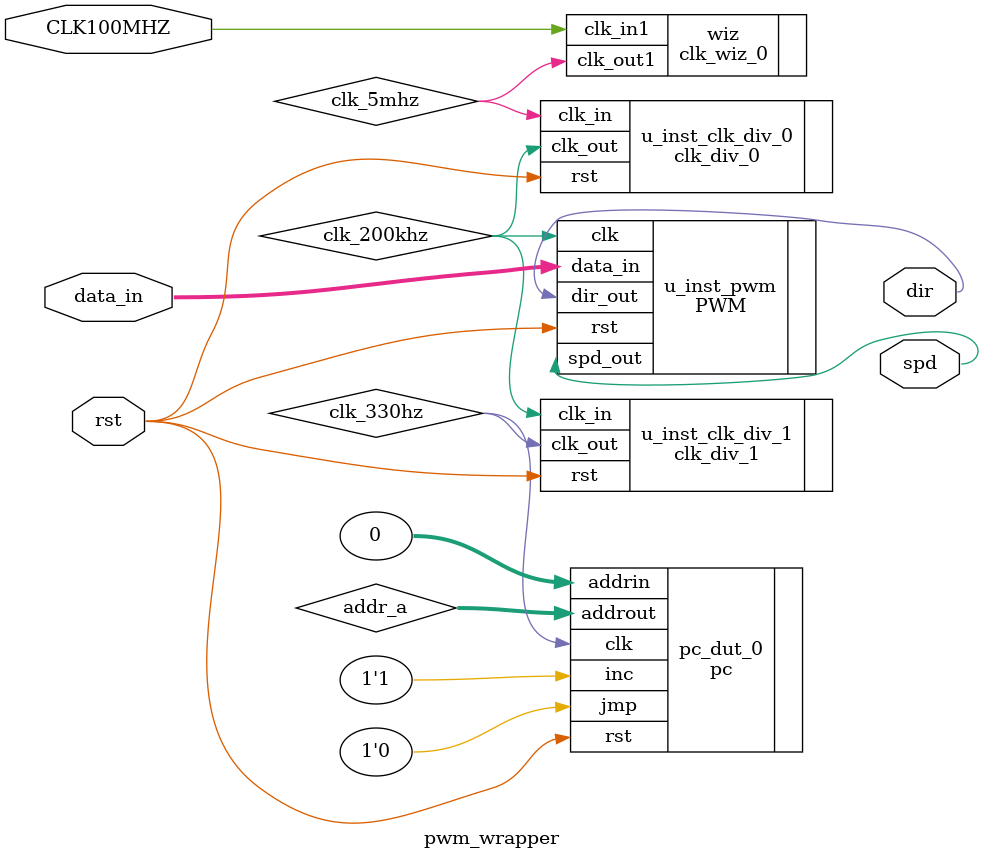
<source format=v>
`timescale 1ns / 1ps


module pwm_wrapper(
    input CLK100MHZ,
    input rst,
    input [15:0] data_in,
    output spd,
    output dir
    );
    
    wire clk_5mhz;
    wire clk_200khz;
    wire clk_330hz;
    wire [7:0] addr_a;
//    wire [15:0] data_out_mem;
    
    PWM u_inst_pwm(
        .clk(clk_200khz),
        .rst(rst),
        .data_in(data_in),
        .spd_out(spd),
        .dir_out(dir)
    );
    
    clk_wiz_0 wiz(
        .clk_in1(CLK100MHZ),
        .clk_out1(clk_5mhz)
    );
    
    clk_div_0 u_inst_clk_div_0(
        .clk_in(clk_5mhz),
        .rst(rst),
        .clk_out(clk_200khz)
    );
    
    clk_div_1 u_inst_clk_div_1(
        .clk_in(clk_200khz),
        .rst(rst),
        .clk_out(clk_330hz)
    );
    
//    blk_mem_gen_0 blk_mem(
//        .clka(clk_330hz),
//        .ena(1'b1),
//        .addra(addr_a),
//        .douta(data_out_mem)
//    );

    pc pc_dut_0(
        .clk(clk_330hz),
        .rst(rst),
        .inc(1'b1),
        .jmp(1'b0),
        .addrin('b0),
        .addrout(addr_a)
    );
endmodule

</source>
